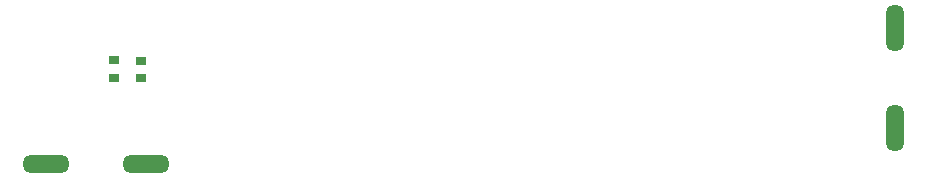
<source format=gtp>
G04*
G04 #@! TF.GenerationSoftware,Altium Limited,Altium Designer,23.10.1 (27)*
G04*
G04 Layer_Color=8421504*
%FSLAX25Y25*%
%MOIN*%
G70*
G04*
G04 #@! TF.SameCoordinates,11ED35D2-EC07-4038-AA85-49FD2C925FBF*
G04*
G04*
G04 #@! TF.FilePolarity,Positive*
G04*
G01*
G75*
%ADD14R,0.03347X0.02756*%
%ADD15O,0.15748X0.06000*%
%ADD16O,0.06000X0.15748*%
D14*
X133300Y84206D02*
D03*
Y78300D02*
D03*
X142400Y78200D02*
D03*
Y84105D02*
D03*
D15*
X144132Y49700D02*
D03*
X110668D02*
D03*
D16*
X393900Y61568D02*
D03*
Y95032D02*
D03*
M02*

</source>
